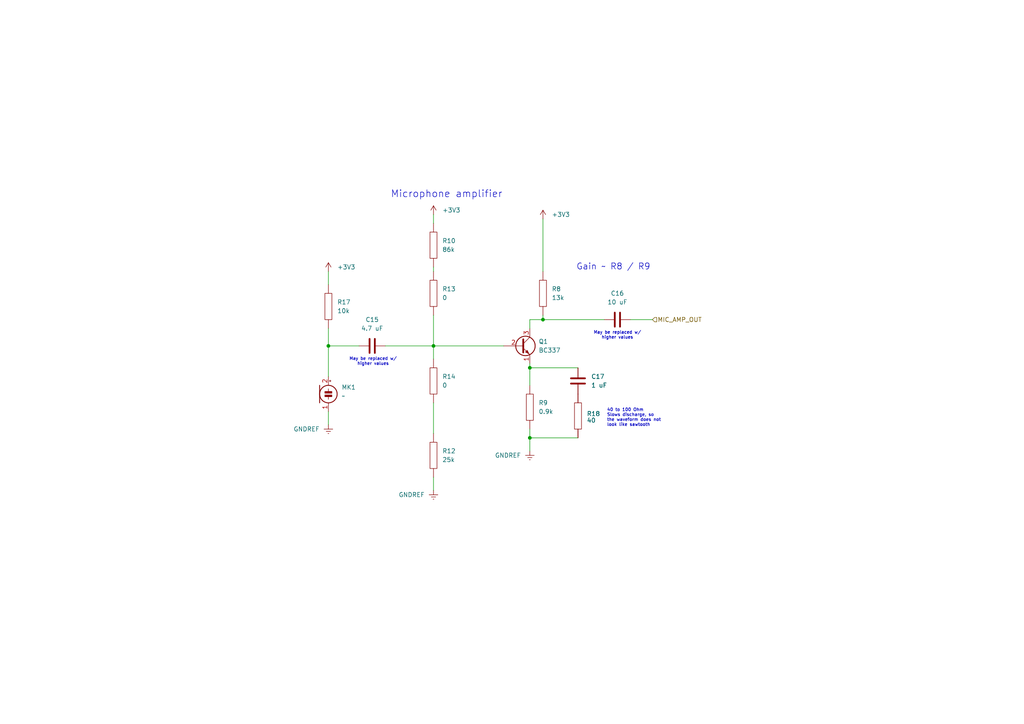
<source format=kicad_sch>
(kicad_sch (version 20231120) (generator "eeschema") (generator_version "8.0")
  (paper "A4")
  (lib_symbols
    (symbol "Device:C" (pin_numbers hide) (pin_names (offset 0.254))
      (property "Reference" "C" (at 0.635 2.54 0))
      (property "Value" "C" (at 0.635 -2.54 0))
      (symbol "C_0_1"
        (polyline (pts (xy -2.032 -0.762) (xy 2.032 -0.762)) (stroke (width 0.508)))
        (polyline (pts (xy -2.032 0.762) (xy 2.032 0.762)) (stroke (width 0.508)))
      )
      (symbol "C_1_1"
        (pin passive line (at 0 3.81 270) (length 2.794) (name "~") (number "1"))
        (pin passive line (at 0 -3.81 90) (length 2.794) (name "~") (number "2"))
      )
    )
    (symbol "Device:Microphone_Condenser" (pin_names (offset 0.0254) hide)
      (property "Reference" "MK" (at -3.302 1.27 0))
      (property "Value" "Microphone_Condenser" (at -3.302 -0.635 0))
      (symbol "Microphone_Condenser_0_1"
        (polyline (pts (xy -2.54 2.54) (xy -2.54 -2.54)) (stroke (width 0.254)))
        (polyline (pts (xy 0 -0.762) (xy 0 -1.524)))
        (polyline (pts (xy 0 0.762) (xy 0 1.524)))
        (polyline (pts (xy 0.254 3.81) (xy 0.762 3.81)))
        (polyline (pts (xy 0.508 4.064) (xy 0.508 3.556)))
        (circle (center 0 0) (radius 2.54) (stroke (width 0.254)))
        (rectangle (start 1.016 -0.254) (end -1.016 -0.762) (fill (type outline)))
        (rectangle (start 1.016 0.762) (end -1.016 0.254) (fill (type outline)))
      )
      (symbol "Microphone_Condenser_1_1"
        (pin passive line (at 0 -5.08 90) (length 2.54) (name "-") (number "1"))
        (pin passive line (at 0 5.08 270) (length 2.54) (name "+") (number "2"))
      )
    )
    (symbol "Transistor_BJT:2N3904" (pin_names (offset 0) hide)
      (property "Reference" "Q" (at 5.08 1.905 0))
      (property "Value" "2N3904" (at 5.08 0 0))
      (symbol "2N3904_0_1"
        (polyline (pts (xy 0.635 0.635) (xy 2.54 2.54)))
        (polyline (pts (xy 0.635 -0.635) (xy 2.54 -2.54) (xy 2.54 -2.54)))
        (polyline (pts (xy 0.635 1.905) (xy 0.635 -1.905) (xy 0.635 -1.905)) (stroke (width 0.508)))
        (polyline (pts (xy 1.27 -1.778) (xy 1.778 -1.27) (xy 2.286 -2.286) (xy 1.27 -1.778) (xy 1.27 -1.778)) (fill (type outline)))
        (circle (center 1.27 0) (radius 2.8194) (stroke (width 0.254)))
      )
      (symbol "2N3904_1_1"
        (pin passive line (at 2.54 -5.08 90) (length 2.54) (name "E") (number "1"))
        (pin passive line (at -5.08 0 0) (length 5.715) (name "B") (number "2"))
        (pin passive line (at 2.54 5.08 270) (length 2.54) (name "C") (number "3"))
      )
    )
    (symbol "power:+3V3" (power) (pin_names (offset 0))
      (property "Value" "+3V3" (at 0 3.556 0))
      (symbol "+3V3_0_1"
        (polyline (pts (xy -0.762 1.27) (xy 0 2.54)))
        (polyline (pts (xy 0 0) (xy 0 2.54)))
        (polyline (pts (xy 0 2.54) (xy 0.762 1.27)))
      )
      (symbol "+3V3_1_1"
        (pin power_in line (at 0 0 90) (length 0) hide (name "+3V3") (number "1"))
      )
    )
    (symbol "power:GNDREF" (power) (pin_names (offset 0))
      (property "Value" "GNDREF" (at 0 -3.81 0))
      (symbol "GNDREF_0_1"
        (polyline (pts (xy -0.635 -1.905) (xy 0.635 -1.905)))
        (polyline (pts (xy -0.127 -2.54) (xy 0.127 -2.54)))
        (polyline (pts (xy 0 -1.27) (xy 0 0)))
        (polyline (pts (xy 1.27 -1.27) (xy -1.27 -1.27)))
      )
      (symbol "GNDREF_1_1"
        (pin power_in line (at 0 0 270) (length 0) hide (name "GNDREF") (number "1"))
      )
    )
    (symbol "pspice:R" (pin_numbers hide) (pin_names (offset 0))
      (property "Reference" "R" (at 2.032 0 90))
      (property "Value" "R" (at 0 0 90))
      (symbol "R_0_1"
        (rectangle (start -1.016 3.81) (end 1.016 -3.81))
      )
      (symbol "R_1_1"
        (pin passive line (at 0 6.35 270) (length 2.54) (name "~") (number "1"))
        (pin passive line (at 0 -6.35 90) (length 2.54) (name "~") (number "2"))
      )
    )
  )
  (junction (at 157.48 92.71))
  (junction (at 153.67 106.68))
  (junction (at 125.73 100.33))
  (junction (at 153.67 127))
  (junction (at 95.25 100.33))
  (wire (pts (xy 111.76 100.33) (xy 125.73 100.33)))
  (wire (pts (xy 125.73 100.33) (xy 146.05 100.33)))
  (wire (pts (xy 125.73 64.77) (xy 125.73 62.23)))
  (wire (pts (xy 125.73 91.44) (xy 125.73 100.33)))
  (wire (pts (xy 95.25 82.55) (xy 95.25 78.74)))
  (wire (pts (xy 95.25 119.38) (xy 95.25 123.19)))
  (wire (pts (xy 125.73 116.84) (xy 125.73 125.73)))
  (wire (pts (xy 95.25 100.33) (xy 104.14 100.33)))
  (wire (pts (xy 153.67 92.71) (xy 153.67 95.25)))
  (wire (pts (xy 153.67 127) (xy 153.67 130.81)))
  (wire (pts (xy 157.48 91.44) (xy 157.48 92.71)))
  (wire (pts (xy 153.67 106.68) (xy 153.67 111.76)))
  (wire (pts (xy 153.67 106.68) (xy 167.64 106.68)))
  (wire (pts (xy 157.48 92.71) (xy 175.26 92.71)))
  (wire (pts (xy 182.88 92.71) (xy 189.23 92.71)))
  (wire (pts (xy 125.73 77.47) (xy 125.73 78.74)))
  (wire (pts (xy 153.67 127) (xy 167.64 127)))
  (wire (pts (xy 157.48 63.5) (xy 157.48 78.74)))
  (wire (pts (xy 95.25 100.33) (xy 95.25 109.22)))
  (wire (pts (xy 125.73 100.33) (xy 125.73 104.14)))
  (wire (pts (xy 125.73 138.43) (xy 125.73 142.24)))
  (wire (pts (xy 153.67 124.46) (xy 153.67 127)))
  (wire (pts (xy 153.67 92.71) (xy 157.48 92.71)))
  (wire (pts (xy 95.25 95.25) (xy 95.25 100.33)))
  (wire (pts (xy 153.67 105.41) (xy 153.67 106.68)))
  (text "40 to 100 Ohm\nSlows discharge, so\nthe waveform does not\nlook like sawtooth" (at 176.022 121.158 0) (effects (font (size 0.889 0.889)) (justify left)))
  (text "May be replaced w/\nhigher values" (at 179.07 97.282 0) (effects (font (size 0.889 0.889))))
  (text "Microphone amplifier" (at 129.54 56.388 0) (effects (font (size 2.032 2.032))))
  (text "May be replaced w/\nhigher values" (at 108.204 104.902 0) (effects (font (size 0.889 0.889))))
  (text "Gain ~ R8 / R9" (at 167.132 77.47 0) (effects (font (size 1.778 1.778)) (justify left)))
  (hierarchical_label "MIC_AMP_OUT" (shape input) (at 189.23 92.71 0))
  (symbol (lib_id "pspice:R") (at 157.48 85.09 180) (unit 1)
    (property "Reference" "R8" (at 160.02 83.8199 0) (effects (justify right)))
    (property "Value" "13k" (at 160.02 86.3599 0) (effects (justify right)))
    (property "Footprint" "Resistor_THT:R_Axial_DIN0207_L6.3mm_D2.5mm_P10.16mm_Horizontal" (effects (hide yes)))
  )
  (symbol (lib_id "power:+3V3") (at 125.73 62.23 0) (unit 1)
    (property "Reference" "#PWR011" (effects (hide yes)))
    (property "Value" "+3V3" (at 128.27 60.9599 0) (effects (justify left)))
  )
  (symbol (lib_id "power:GNDREF") (at 153.67 130.81 0) (mirror y) (unit 1)
    (property "Reference" "#PWR013" (effects (hide yes)))
    (property "Value" "GNDREF" (at 151.13 132.0799 0) (effects (justify left)))
  )
  (symbol (lib_id "Device:C") (at 107.95 100.33 90) (unit 1)
    (property "Reference" "C15" (at 107.95 92.71 90))
    (property "Value" "4.7 uF" (at 107.95 95.25 90))
    (property "Footprint" "Capacitor_THT:CP_Radial_D8.0mm_P3.80mm" (effects (hide yes)))
  )
  (symbol (lib_id "Device:C") (at 167.64 110.49 180) (unit 1)
    (property "Reference" "C17" (at 171.45 109.2199 0) (effects (justify right)))
    (property "Value" "1 uF" (at 171.45 111.7599 0) (effects (justify right)))
    (property "Footprint" "Capacitor_THT:CP_Radial_D8.0mm_P3.80mm" (effects (hide yes)))
  )
  (symbol (lib_id "pspice:R") (at 125.73 110.49 180) (unit 1)
    (property "Reference" "R14" (at 128.27 109.2199 0) (effects (justify right)))
    (property "Value" "0" (at 128.27 111.7599 0) (effects (justify right)))
    (property "Footprint" "Resistor_THT:R_Axial_DIN0207_L6.3mm_D2.5mm_P10.16mm_Horizontal" (effects (hide yes)))
  )
  (symbol (lib_id "Transistor_BJT:2N3904") (at 151.13 100.33 0) (unit 1)
    (property "Reference" "Q1" (at 156.21 99.0599 0) (effects (justify left)))
    (property "Value" "BC337" (at 156.21 101.5999 0) (effects (justify left)))
    (property "Footprint" "Package_TO_SOT_THT:TO-92_Inline" (effects (hide yes)))
    (property "Datasheet" "https://www.onsemi.com/pub/Collateral/2N3903-D.PDF" (effects (hide yes)))
    (property "Description" "0.2A Ic, 40V Vce, Small Signal NPN Transistor, TO-92" (effects (hide yes)))
  )
  (symbol (lib_id "Device:C") (at 179.07 92.71 90) (unit 1)
    (property "Reference" "C16" (at 179.07 85.09 90))
    (property "Value" "10 uF" (at 179.07 87.63 90))
    (property "Footprint" "Capacitor_THT:CP_Radial_D8.0mm_P3.80mm" (effects (hide yes)))
  )
  (symbol (lib_id "pspice:R") (at 167.64 120.65 180) (unit 1)
    (property "Reference" "R18" (at 170.18 120.0149 0) (effects (justify right)))
    (property "Value" "40" (at 170.18 121.92 0) (effects (justify right)))
    (property "Footprint" "Resistor_THT:R_Axial_DIN0207_L6.3mm_D2.5mm_P10.16mm_Horizontal" (effects (hide yes)))
  )
  (symbol (lib_id "pspice:R") (at 95.25 88.9 180) (unit 1)
    (property "Reference" "R17" (at 97.79 87.6299 0) (effects (justify right)))
    (property "Value" "10k" (at 97.79 90.1699 0) (effects (justify right)))
    (property "Footprint" "Resistor_THT:R_Axial_DIN0207_L6.3mm_D2.5mm_P10.16mm_Horizontal" (effects (hide yes)))
  )
  (symbol (lib_id "power:GNDREF") (at 95.25 123.19 0) (mirror y) (unit 1)
    (property "Reference" "#PWR014" (effects (hide yes)))
    (property "Value" "GNDREF" (at 92.71 124.4599 0) (effects (justify left)))
  )
  (symbol (lib_id "power:+3V3") (at 157.48 63.5 0) (unit 1)
    (property "Reference" "#PWR010" (effects (hide yes)))
    (property "Value" "+3V3" (at 160.02 62.2299 0) (effects (justify left)))
  )
  (symbol (lib_id "pspice:R") (at 125.73 85.09 180) (unit 1)
    (property "Reference" "R13" (at 128.27 83.8199 0) (effects (justify right)))
    (property "Value" "0" (at 128.27 86.3599 0) (effects (justify right)))
    (property "Footprint" "Resistor_THT:R_Axial_DIN0207_L6.3mm_D2.5mm_P10.16mm_Horizontal" (effects (hide yes)))
  )
  (symbol (lib_id "pspice:R") (at 153.67 118.11 180) (unit 1)
    (property "Reference" "R9" (at 156.21 116.8399 0) (effects (justify right)))
    (property "Value" "0.9k" (at 156.21 119.3799 0) (effects (justify right)))
    (property "Footprint" "Resistor_THT:R_Axial_DIN0207_L6.3mm_D2.5mm_P10.16mm_Horizontal" (effects (hide yes)))
  )
  (symbol (lib_id "Device:Microphone_Condenser") (at 95.25 114.3 0) (unit 1)
    (property "Reference" "MK1" (at 99.06 112.3314 0) (effects (justify left)))
    (property "Value" "~" (at 99.06 114.8714 0) (effects (justify left)))
    (property "Footprint" "Connector_PinSocket_2.00mm:PinSocket_1x02_P2.00mm_Vertical" (effects (hide yes)))
    (property "Description" "Condenser microphone" (effects (hide yes)))
  )
  (symbol (lib_id "pspice:R") (at 125.73 132.08 180) (unit 1)
    (property "Reference" "R12" (at 128.27 130.8099 0) (effects (justify right)))
    (property "Value" "25k" (at 128.27 133.3499 0) (effects (justify right)))
    (property "Footprint" "Resistor_THT:R_Axial_DIN0207_L6.3mm_D2.5mm_P10.16mm_Horizontal" (effects (hide yes)))
  )
  (symbol (lib_id "pspice:R") (at 125.73 71.12 180) (unit 1)
    (property "Reference" "R10" (at 128.27 69.8499 0) (effects (justify right)))
    (property "Value" "86k" (at 128.27 72.3899 0) (effects (justify right)))
    (property "Footprint" "Resistor_THT:R_Axial_DIN0207_L6.3mm_D2.5mm_P10.16mm_Horizontal" (effects (hide yes)))
  )
  (symbol (lib_id "power:+3V3") (at 95.25 78.74 0) (unit 1)
    (property "Reference" "#PWR015" (effects (hide yes)))
    (property "Value" "+3V3" (at 97.79 77.4699 0) (effects (justify left)))
  )
  (symbol (lib_id "power:GNDREF") (at 125.73 142.24 0) (mirror y) (unit 1)
    (property "Reference" "#PWR012" (effects (hide yes)))
    (property "Value" "GNDREF" (at 123.19 143.5099 0) (effects (justify left)))
  )
)
</source>
